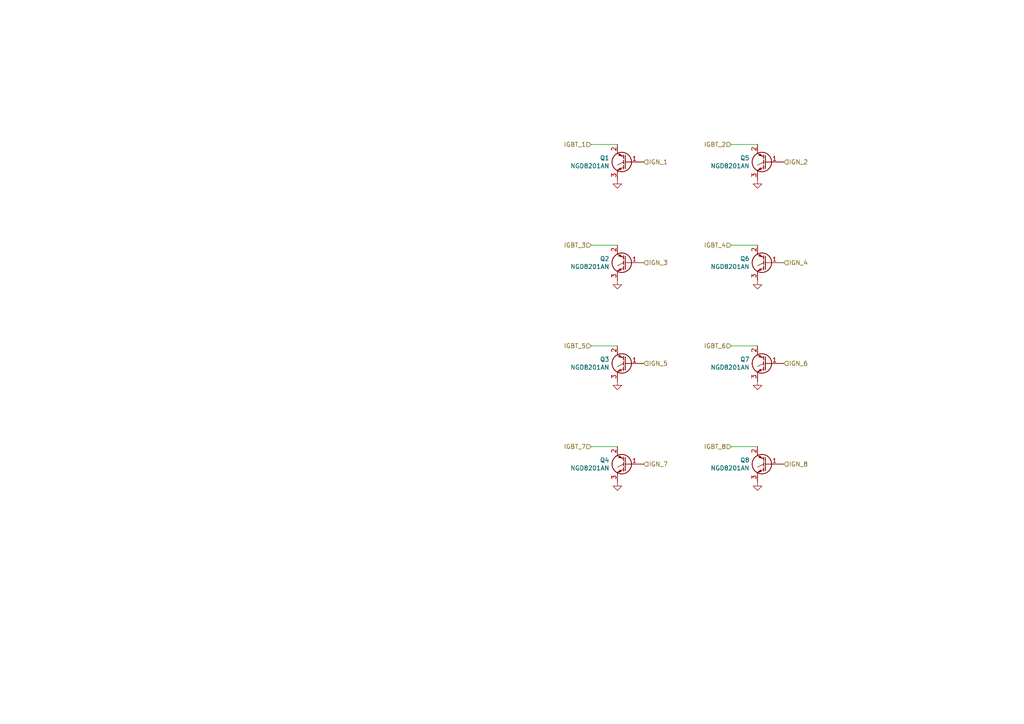
<source format=kicad_sch>
(kicad_sch (version 20230121) (generator eeschema)
  (paper "A4")
  (title_block (title "Polygonus Universal 88p") (date "2023-11-12") (rev "v1.0") (company "FutureProofPerformance.com"))
  (lib_symbols
    (symbol "Device:Q_NIGBT_GCE" (pin_names (offset 0) hide)
      (property "Reference" "Q" (at 5.08 1.27 0))
      (property "Value" "Q_NIGBT_GCE" (at 5.08 -1.27 0))
      (symbol "Q_NIGBT_GCE_0_1"
        (polyline (pts (xy 0.762 -1.016) (xy 0.762 -2.032)) (stroke (width 0.254)))
        (polyline (pts (xy 0.762 0.508) (xy 0.762 -0.508)) (stroke (width 0.254)))
        (polyline (pts (xy 0.762 2.032) (xy 0.762 1.016)) (stroke (width 0.254)))
        (polyline (pts (xy 2.54 -2.413) (xy 0.762 -1.524)))
        (polyline (pts (xy 2.54 -0.889) (xy 0.762 0)))
        (polyline (pts (xy 2.54 2.413) (xy 0.762 1.524)))
        (polyline (pts (xy 0.254 1.905) (xy 0.254 -1.905) (xy 0.254 -1.905)) (stroke (width 0.254)))
        (polyline (pts (xy 1.397 -2.159) (xy 1.651 -1.651) (xy 2.54 -2.413) (xy 1.397 -2.159)) (fill (type outline)))
        (polyline (pts (xy 2.159 1.905) (xy 1.905 2.413) (xy 1.016 1.651) (xy 2.159 1.905)) (fill (type outline)))
        (circle (center 1.27 0) (radius 2.8194) (stroke (width 0.254)))
      )
      (symbol "Q_NIGBT_GCE_1_1"
        (pin input line (at -5.08 0 0) (length 5.334) (name "G") (number "1"))
        (pin passive line (at 2.54 5.08 270) (length 2.54) (name "C") (number "2"))
        (pin passive line (at 2.54 -5.08 90) (length 2.54) (name "E") (number "3"))
      )
    )
    (symbol "GND_1" (power) (pin_names (offset 0))
      (property "Value" "GND_1" (at 0 -3.81 0))
      (symbol "GND_1_0_1"
        (polyline (pts (xy 0 0) (xy 0 -1.27) (xy 1.27 -1.27) (xy 0 -2.54) (xy -1.27 -1.27) (xy 0 -1.27)))
      )
      (symbol "GND_1_1_1"
        (pin power_in line (at 0 0 270) (length 0) hide (name "GND") (number "1"))
      )
    )
  )
  (wire (pts (xy 171.45 71.12) (xy 179.07 71.12)))
  (wire (pts (xy 212.09 71.12) (xy 219.71 71.12)))
  (wire (pts (xy 171.45 129.54) (xy 179.07 129.54)))
  (wire (pts (xy 212.09 129.54) (xy 219.71 129.54)))
  (wire (pts (xy 171.45 100.33) (xy 179.07 100.33)))
  (wire (pts (xy 212.09 100.33) (xy 219.71 100.33)))
  (wire (pts (xy 171.45 41.91) (xy 179.07 41.91)))
  (wire (pts (xy 212.09 41.91) (xy 219.71 41.91)))
  (hierarchical_label "IGBT_1" (shape input) (at 171.45 41.91 180))
  (hierarchical_label "IGBT_8" (shape input) (at 212.09 129.54 180))
  (hierarchical_label "IGN_3" (shape input) (at 186.69 76.2 0))
  (hierarchical_label "IGBT_4" (shape input) (at 212.09 71.12 180))
  (hierarchical_label "IGBT_7" (shape input) (at 171.45 129.54 180))
  (hierarchical_label "IGBT_5" (shape input) (at 171.45 100.33 180))
  (hierarchical_label "IGN_2" (shape input) (at 227.33 46.99 0))
  (hierarchical_label "IGN_8" (shape input) (at 227.33 134.62 0))
  (hierarchical_label "IGN_5" (shape input) (at 186.69 105.41 0))
  (hierarchical_label "IGN_1" (shape input) (at 186.69 46.99 0))
  (hierarchical_label "IGN_4" (shape input) (at 227.33 76.2 0))
  (hierarchical_label "IGN_7" (shape input) (at 186.69 134.62 0))
  (hierarchical_label "IGBT_3" (shape input) (at 171.45 71.12 180))
  (hierarchical_label "IGBT_6" (shape input) (at 212.09 100.33 180))
  (hierarchical_label "IGN_6" (shape input) (at 227.33 105.41 0))
  (hierarchical_label "IGBT_2" (shape input) (at 212.09 41.91 180))
  (symbol (lib_name "GND_1") (lib_id "power:GND") (at 179.07 52.07 0) (unit 1)
    (property "Reference" "#PWR0109" (effects hide))
    (property "Value" "GND" (effects hide))
    (instances (project "Polygonus-Universal-Base" (path "" (reference "#PWR0109") (unit 1)) (path "" (reference "#PWR0108") (unit 1))))
  )
  (symbol (lib_id "Device:Q_NIGBT_GCE") (at 181.61 134.62 0) (mirror y) (unit 1)
    (property "Reference" "Q4" (at 176.7586 133.4516 0) (effects (justify left)))
    (property "Value" "NGD8201AN" (at 176.7586 135.763 0) (effects (justify left)))
    (property "Footprint" "Package_TO_SOT_SMD:TO-252-2" (effects hide))
    (property "LCSC" "C151649" (effects hide))
    (instances (project "Polygonus-Universal-Base" (path "" (reference "Q4") (unit 1)) (path "" (reference "Q12") (unit 1))))
  )
  (symbol (lib_id "Device:Q_NIGBT_GCE") (at 222.25 76.2 0) (mirror y) (unit 1)
    (property "Reference" "Q6" (at 217.424 75.0316 0) (effects (justify left)))
    (property "Value" "NGD8201AN" (at 217.424 77.343 0) (effects (justify left)))
    (property "Footprint" "Package_TO_SOT_SMD:TO-252-2" (effects hide))
    (property "LCSC" "C151649" (effects hide))
    (instances (project "Polygonus-Universal-Base" (path "" (reference "Q6") (unit 1)) (path "" (reference "Q14") (unit 1))))
  )
  (symbol (lib_id "Device:Q_NIGBT_GCE") (at 181.61 46.99 0) (mirror y) (unit 1)
    (property "Reference" "Q1" (at 176.7586 45.8216 0) (effects (justify left)))
    (property "Value" "NGD8201AN" (at 176.7586 48.133 0) (effects (justify left)))
    (property "Footprint" "Package_TO_SOT_SMD:TO-252-2" (effects hide))
    (property "LCSC" "C151649" (effects hide))
    (instances (project "Polygonus-Universal-Base" (path "" (reference "Q1") (unit 1)) (path "" (reference "Q9") (unit 1))))
  )
  (symbol (lib_name "GND_1") (lib_id "power:GND") (at 219.71 110.49 0) (unit 1)
    (property "Reference" "#PWR0115" (effects hide))
    (property "Value" "GND" (effects hide))
    (instances (project "Polygonus-Universal-Base" (path "" (reference "#PWR0115") (unit 1)) (path "" (reference "#PWR0118") (unit 1))))
  )
  (symbol (lib_id "Device:Q_NIGBT_GCE") (at 181.61 105.41 0) (mirror y) (unit 1)
    (property "Reference" "Q3" (at 176.7586 104.2416 0) (effects (justify left)))
    (property "Value" "NGD8201AN" (at 176.7586 106.553 0) (effects (justify left)))
    (property "Footprint" "Package_TO_SOT_SMD:TO-252-2" (effects hide))
    (property "LCSC" "C151649" (effects hide))
    (instances (project "Polygonus-Universal-Base" (path "" (reference "Q3") (unit 1)) (path "" (reference "Q11") (unit 1))))
  )
  (symbol (lib_id "Device:Q_NIGBT_GCE") (at 181.61 76.2 0) (mirror y) (unit 1)
    (property "Reference" "Q2" (at 176.7586 75.0316 0) (effects (justify left)))
    (property "Value" "NGD8201AN" (at 176.7586 77.343 0) (effects (justify left)))
    (property "Footprint" "Package_TO_SOT_SMD:TO-252-2" (effects hide))
    (property "LCSC" "C151649" (effects hide))
    (instances (project "Polygonus-Universal-Base" (path "" (reference "Q2") (unit 1)) (path "" (reference "Q10") (unit 1))))
  )
  (symbol (lib_name "GND_1") (lib_id "power:GND") (at 179.07 110.49 0) (unit 1)
    (property "Reference" "#PWR0111" (effects hide))
    (property "Value" "GND" (effects hide))
    (instances (project "Polygonus-Universal-Base" (path "" (reference "#PWR0111") (unit 1)) (path "" (reference "#PWR0110") (unit 1))))
  )
  (symbol (lib_name "GND_1") (lib_id "power:GND") (at 179.07 81.28 0) (unit 1)
    (property "Reference" "#PWR0110" (effects hide))
    (property "Value" "GND" (effects hide))
    (instances (project "Polygonus-Universal-Base" (path "" (reference "#PWR0110") (unit 1)) (path "" (reference "#PWR0109") (unit 1))))
  )
  (symbol (lib_name "GND_1") (lib_id "power:GND") (at 219.71 139.7 0) (unit 1)
    (property "Reference" "#PWR0116" (effects hide))
    (property "Value" "GND" (effects hide))
    (instances (project "Polygonus-Universal-Base" (path "" (reference "#PWR0116") (unit 1)) (path "" (reference "#PWR0119") (unit 1))))
  )
  (symbol (lib_id "Device:Q_NIGBT_GCE") (at 222.25 105.41 0) (mirror y) (unit 1)
    (property "Reference" "Q7" (at 217.424 104.2416 0) (effects (justify left)))
    (property "Value" "NGD8201AN" (at 217.424 106.553 0) (effects (justify left)))
    (property "Footprint" "Package_TO_SOT_SMD:TO-252-2" (effects hide))
    (property "LCSC" "C151649" (effects hide))
    (instances (project "Polygonus-Universal-Base" (path "" (reference "Q7") (unit 1)) (path "" (reference "Q15") (unit 1))))
  )
  (symbol (lib_id "Device:Q_NIGBT_GCE") (at 222.25 46.99 0) (mirror y) (unit 1)
    (property "Reference" "Q5" (at 217.424 45.8216 0) (effects (justify left)))
    (property "Value" "NGD8201AN" (at 217.424 48.133 0) (effects (justify left)))
    (property "Footprint" "Package_TO_SOT_SMD:TO-252-2" (effects hide))
    (property "LCSC" "C151649" (effects hide))
    (instances (project "Polygonus-Universal-Base" (path "" (reference "Q5") (unit 1)) (path "" (reference "Q13") (unit 1))))
  )
  (symbol (lib_name "GND_1") (lib_id "power:GND") (at 179.07 139.7 0) (unit 1)
    (property "Reference" "#PWR0112" (effects hide))
    (property "Value" "GND" (effects hide))
    (instances (project "Polygonus-Universal-Base" (path "" (reference "#PWR0112") (unit 1)) (path "" (reference "#PWR0111") (unit 1))))
  )
  (symbol (lib_id "Device:Q_NIGBT_GCE") (at 222.25 134.62 0) (mirror y) (unit 1)
    (property "Reference" "Q8" (at 217.424 133.4516 0) (effects (justify left)))
    (property "Value" "NGD8201AN" (at 217.424 135.763 0) (effects (justify left)))
    (property "Footprint" "Package_TO_SOT_SMD:TO-252-2" (effects hide))
    (property "LCSC" "C151649" (effects hide))
    (instances (project "Polygonus-Universal-Base" (path "" (reference "Q8") (unit 1)) (path "" (reference "Q16") (unit 1))))
  )
  (symbol (lib_name "GND_1") (lib_id "power:GND") (at 219.71 81.28 0) (unit 1)
    (property "Reference" "#PWR0114" (effects hide))
    (property "Value" "GND" (effects hide))
    (instances (project "Polygonus-Universal-Base" (path "" (reference "#PWR0114") (unit 1)) (path "" (reference "#PWR0117") (unit 1))))
  )
  (symbol (lib_name "GND_1") (lib_id "power:GND") (at 219.71 52.07 0) (unit 1)
    (property "Reference" "#PWR0113" (effects hide))
    (property "Value" "GND" (effects hide))
    (instances (project "Polygonus-Universal-Base" (path "" (reference "#PWR0113") (unit 1)) (path "" (reference "#PWR0112") (unit 1))))
  )
)
</source>
